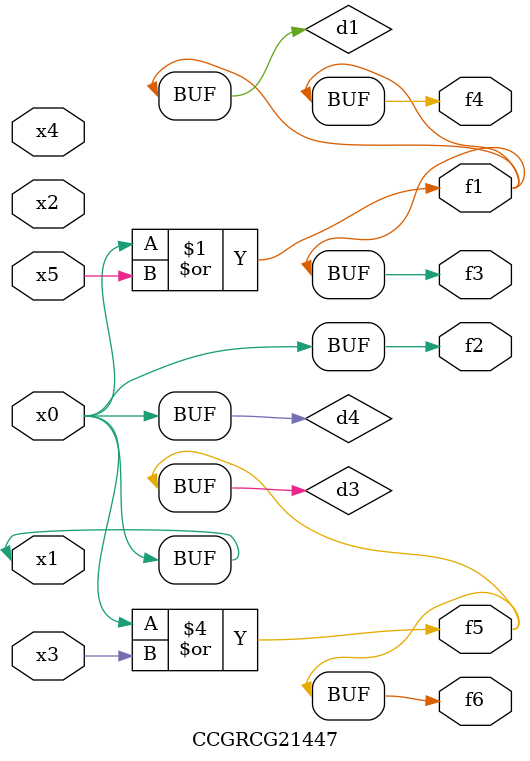
<source format=v>
module CCGRCG21447(
	input x0, x1, x2, x3, x4, x5,
	output f1, f2, f3, f4, f5, f6
);

	wire d1, d2, d3, d4;

	or (d1, x0, x5);
	xnor (d2, x1, x4);
	or (d3, x0, x3);
	buf (d4, x0, x1);
	assign f1 = d1;
	assign f2 = d4;
	assign f3 = d1;
	assign f4 = d1;
	assign f5 = d3;
	assign f6 = d3;
endmodule

</source>
